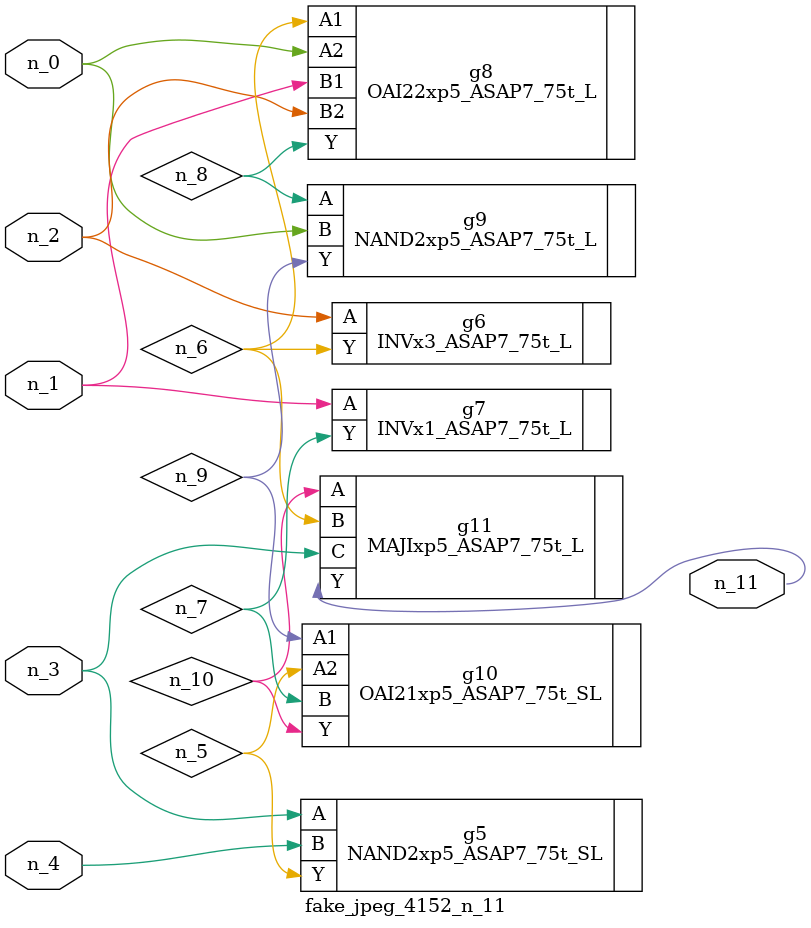
<source format=v>
module fake_jpeg_4152_n_11 (n_3, n_2, n_1, n_0, n_4, n_11);

input n_3;
input n_2;
input n_1;
input n_0;
input n_4;

output n_11;

wire n_10;
wire n_8;
wire n_9;
wire n_6;
wire n_5;
wire n_7;

NAND2xp5_ASAP7_75t_SL g5 ( 
.A(n_3),
.B(n_4),
.Y(n_5)
);

INVx3_ASAP7_75t_L g6 ( 
.A(n_2),
.Y(n_6)
);

INVx1_ASAP7_75t_L g7 ( 
.A(n_1),
.Y(n_7)
);

OAI22xp5_ASAP7_75t_L g8 ( 
.A1(n_6),
.A2(n_0),
.B1(n_1),
.B2(n_2),
.Y(n_8)
);

NAND2xp5_ASAP7_75t_L g9 ( 
.A(n_8),
.B(n_0),
.Y(n_9)
);

OAI21xp5_ASAP7_75t_SL g10 ( 
.A1(n_9),
.A2(n_5),
.B(n_7),
.Y(n_10)
);

MAJIxp5_ASAP7_75t_L g11 ( 
.A(n_10),
.B(n_6),
.C(n_3),
.Y(n_11)
);


endmodule
</source>
